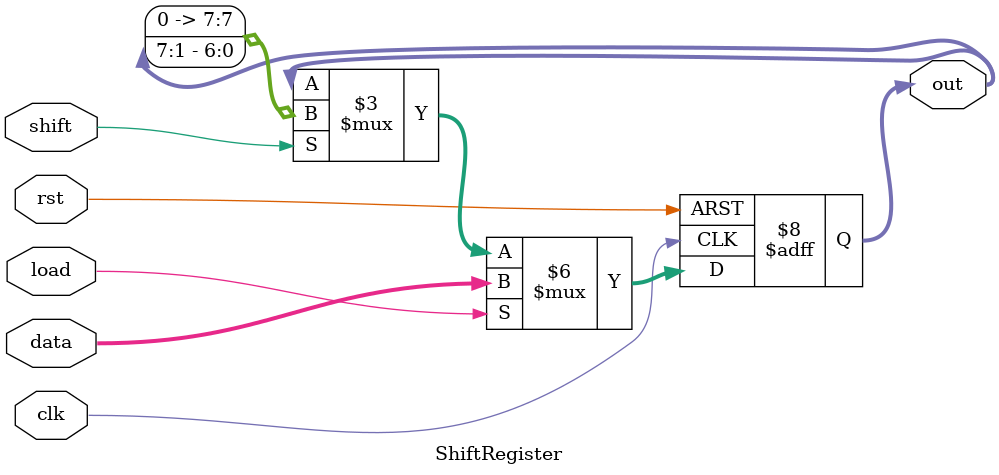
<source format=v>
module dual_shift_register(
    input clk,
    input rst,
    input load0,
    input load1,
    input [7:0] data0,
    input [7:0] data1,
    input shift0,
    input shift1,
    output [7:0] out0,
    output [7:0] out1
);
    ShiftRegister sr0 (
        .clk(clk),
        .rst(rst),
        .load(load0),
        .data(data0),
        .shift(shift0),
        .out(out0)
    );
    ShiftRegister sr1 (
        .clk(clk),
        .rst(rst),
        .load(load1),
        .data(data1),
        .shift(shift1),
        .out(out1)
    );

endmodule

module ShiftRegister (
    input clk,
    input rst,
    input load,
    input [7:0] data,
    input shift,
    output reg [7:0] out
);
    always @(posedge clk or posedge rst) begin
        if (rst)
            out <= 0;
        else if (load)
            out <= data;
        else if (shift)
            out <= out >> 1; // shift right operation
    end
endmodule
</source>
